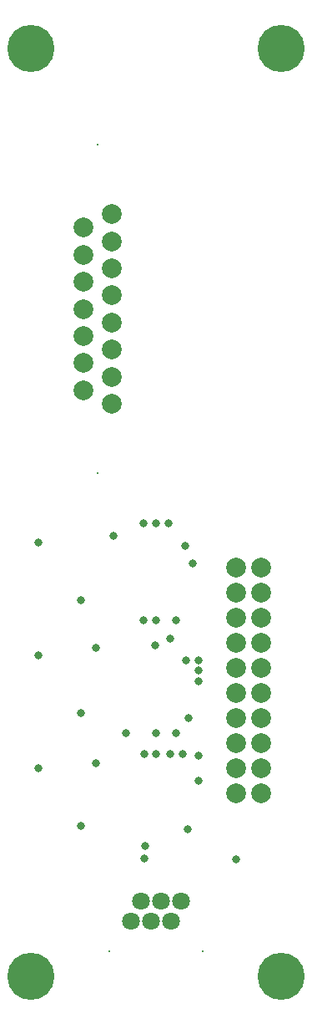
<source format=gbs>
G04*
G04 #@! TF.GenerationSoftware,Altium Limited,Altium Designer,22.6.1 (34)*
G04*
G04 Layer_Color=16711935*
%FSLAX23Y23*%
%MOIN*%
G70*
G04*
G04 #@! TF.SameCoordinates,B6A25038-3202-4191-8880-7B975E66899D*
G04*
G04*
G04 #@! TF.FilePolarity,Negative*
G04*
G01*
G75*
%ADD23C,0.079*%
%ADD24C,0.071*%
%ADD25C,0.008*%
%ADD26C,0.188*%
%ADD27C,0.032*%
D23*
X2040Y2810D02*
D03*
Y2710D02*
D03*
Y2610D02*
D03*
Y2510D02*
D03*
Y2110D02*
D03*
Y2210D02*
D03*
Y2310D02*
D03*
Y2410D02*
D03*
X1940D02*
D03*
Y2310D02*
D03*
Y2210D02*
D03*
Y2110D02*
D03*
Y2510D02*
D03*
Y2610D02*
D03*
Y2710D02*
D03*
Y2810D02*
D03*
Y1910D02*
D03*
Y2010D02*
D03*
X2040D02*
D03*
Y1910D02*
D03*
X1330Y3516D02*
D03*
Y3624D02*
D03*
Y3732D02*
D03*
Y3840D02*
D03*
Y3948D02*
D03*
Y4056D02*
D03*
Y4164D02*
D03*
X1442Y4218D02*
D03*
Y4110D02*
D03*
Y4002D02*
D03*
Y3894D02*
D03*
Y3786D02*
D03*
Y3678D02*
D03*
Y3570D02*
D03*
Y3462D02*
D03*
D24*
X1520Y1400D02*
D03*
X1600D02*
D03*
X1680D02*
D03*
X1560Y1480D02*
D03*
X1640D02*
D03*
X1720D02*
D03*
D25*
X1433Y1280D02*
D03*
X1807D02*
D03*
X1386Y4496D02*
D03*
Y3184D02*
D03*
D26*
X1120Y1180D02*
D03*
X2120D02*
D03*
Y4880D02*
D03*
X1120D02*
D03*
D27*
X1573Y2065D02*
D03*
X1620D02*
D03*
X1746Y1767D02*
D03*
X1790Y2440D02*
D03*
X1573Y1650D02*
D03*
X1320Y1780D02*
D03*
Y2230D02*
D03*
Y2680D02*
D03*
X1670Y2985D02*
D03*
X1620Y2985D02*
D03*
X1380Y2030D02*
D03*
X1500Y2150D02*
D03*
X1380Y2490D02*
D03*
X1725Y2065D02*
D03*
X1790Y1960D02*
D03*
Y2060D02*
D03*
X1750Y2210D02*
D03*
X1765Y2825D02*
D03*
X1570Y2985D02*
D03*
X1940Y1645D02*
D03*
X1675Y2065D02*
D03*
X1571Y2600D02*
D03*
X1575Y1700D02*
D03*
X1700Y2600D02*
D03*
Y2150D02*
D03*
X1450Y2935D02*
D03*
X1790Y2355D02*
D03*
Y2400D02*
D03*
X1615Y2500D02*
D03*
X1621Y2150D02*
D03*
X1675Y2525D02*
D03*
X1620Y2600D02*
D03*
X1737Y2897D02*
D03*
X1740Y2440D02*
D03*
X1150Y2010D02*
D03*
Y2910D02*
D03*
Y2460D02*
D03*
M02*

</source>
